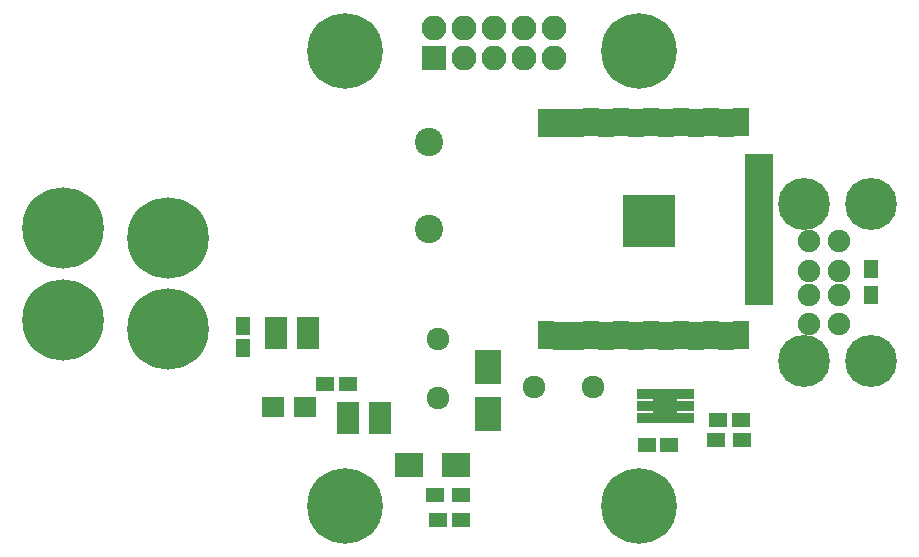
<source format=gbr>
G04 #@! TF.FileFunction,Soldermask,Bot*
%FSLAX46Y46*%
G04 Gerber Fmt 4.6, Leading zero omitted, Abs format (unit mm)*
G04 Created by KiCad (PCBNEW 4.0.7-e2-6376~58~ubuntu17.04.1) date Sun Sep 24 18:19:53 2017*
%MOMM*%
%LPD*%
G01*
G04 APERTURE LIST*
%ADD10C,0.100000*%
%ADD11C,1.924000*%
%ADD12C,6.400000*%
%ADD13R,1.600000X1.150000*%
%ADD14R,1.960000X0.800000*%
%ADD15C,4.400000*%
%ADD16C,1.900000*%
%ADD17R,2.400000X2.000000*%
%ADD18R,1.150000X1.600000*%
%ADD19R,2.200000X2.900000*%
%ADD20C,2.400000*%
%ADD21R,1.600000X1.300000*%
%ADD22R,1.900000X1.700000*%
%ADD23R,1.400000X2.400000*%
%ADD24R,2.400000X1.400000*%
%ADD25R,4.400000X4.400000*%
%ADD26R,1.650000X0.850000*%
%ADD27R,2.000000X2.900000*%
%ADD28C,6.900000*%
%ADD29R,1.300000X1.600000*%
%ADD30R,2.100000X2.100000*%
%ADD31O,2.100000X2.100000*%
G04 APERTURE END LIST*
D10*
D11*
X143100000Y-110900000D03*
X138100000Y-110900000D03*
D12*
X122075000Y-82450000D03*
X147025000Y-82450000D03*
X147025000Y-120950000D03*
X122075000Y-120950000D03*
D13*
X153700000Y-113700000D03*
X155600000Y-113700000D03*
D14*
X122350000Y-114480000D03*
X122350000Y-113830000D03*
X122350000Y-113170000D03*
X122350000Y-112520000D03*
X125050000Y-112520000D03*
X125050000Y-113170000D03*
X125050000Y-113830000D03*
X125050000Y-114480000D03*
D15*
X160950000Y-95400000D03*
X166650000Y-95400000D03*
X160950000Y-108700000D03*
X166650000Y-108700000D03*
D16*
X163950000Y-105550000D03*
X163950000Y-103050000D03*
X163950000Y-98550000D03*
X163950000Y-101050000D03*
X161350000Y-98550000D03*
X161350000Y-101050000D03*
X161350000Y-103050000D03*
X161350000Y-105550000D03*
D11*
X130000000Y-106800000D03*
X130000000Y-111800000D03*
D17*
X131500000Y-117500000D03*
X127500000Y-117500000D03*
D13*
X131900000Y-122150000D03*
X130000000Y-122150000D03*
X120450000Y-110600000D03*
X122350000Y-110600000D03*
D18*
X113510000Y-107576072D03*
X113510000Y-105676072D03*
D13*
X147650000Y-115800000D03*
X149550000Y-115800000D03*
D19*
X134200000Y-109200000D03*
X134200000Y-113200000D03*
D20*
X129200000Y-90100000D03*
X129200000Y-97500000D03*
D21*
X131900000Y-120000000D03*
X129700000Y-120000000D03*
D22*
X116050000Y-112600000D03*
X118750000Y-112600000D03*
D21*
X155700000Y-115400000D03*
X153500000Y-115400000D03*
D23*
X141678200Y-88498880D03*
X141706200Y-106532880D03*
D24*
X157172200Y-101960880D03*
X157172200Y-103230880D03*
X157172200Y-96880880D03*
X157172200Y-98150880D03*
X157172200Y-100690880D03*
X157172200Y-99420880D03*
X157172200Y-94340880D03*
X157172200Y-95610880D03*
X157172200Y-93070880D03*
X157172200Y-91800880D03*
D23*
X139158200Y-106516880D03*
X140436200Y-106532880D03*
X144246200Y-106532880D03*
X142968200Y-106516880D03*
X148048200Y-106516880D03*
X149326200Y-106532880D03*
X146786200Y-106532880D03*
X145508200Y-106516880D03*
X155668200Y-106516880D03*
X153128200Y-106516880D03*
X154406200Y-106532880D03*
X151866200Y-106532880D03*
X150588200Y-106516880D03*
X150588200Y-88482880D03*
X151866200Y-88498880D03*
X154406200Y-88498880D03*
X153128200Y-88482880D03*
X155668200Y-88482880D03*
X145508200Y-88482880D03*
X146786200Y-88498880D03*
X149326200Y-88498880D03*
X148048200Y-88482880D03*
X142968200Y-88482880D03*
X144246200Y-88498880D03*
X140408200Y-88498880D03*
X139138200Y-88498880D03*
D25*
X147825000Y-96825000D03*
D26*
X150880000Y-111500000D03*
X150880000Y-112500000D03*
X150880000Y-113500000D03*
X147580000Y-112500000D03*
X147580000Y-111500000D03*
X147580000Y-113500000D03*
D27*
X149230000Y-112500000D03*
D28*
X107100000Y-105980000D03*
X107100000Y-98230000D03*
X98200000Y-97420000D03*
X98200000Y-105170000D03*
D29*
X166600000Y-100900000D03*
X166600000Y-103100000D03*
D30*
X129620000Y-83040000D03*
D31*
X129620000Y-80500000D03*
X132160000Y-83040000D03*
X132160000Y-80500000D03*
X134700000Y-83040000D03*
X134700000Y-80500000D03*
X137240000Y-83040000D03*
X137240000Y-80500000D03*
X139780000Y-83040000D03*
X139780000Y-80500000D03*
D14*
X116300000Y-107290000D03*
X116300000Y-106640000D03*
X116300000Y-105980000D03*
X116300000Y-105330000D03*
X119000000Y-105330000D03*
X119000000Y-105980000D03*
X119000000Y-106640000D03*
X119000000Y-107290000D03*
M02*

</source>
